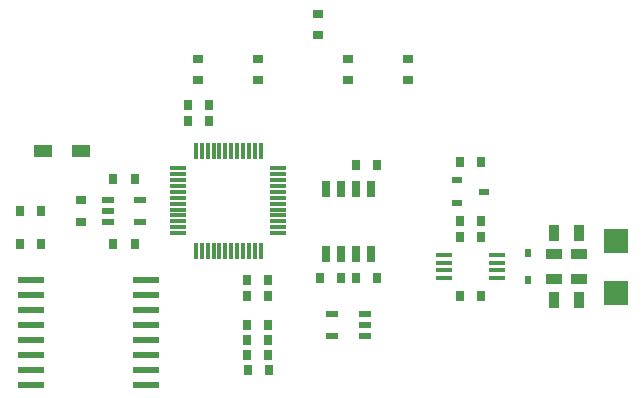
<source format=gtp>
%TF.GenerationSoftware,Altium Limited,Altium Designer,24.1.2 (44)*%
G04 Layer_Color=8421504*
%FSLAX45Y45*%
%MOMM*%
%TF.SameCoordinates,791679A7-7A64-4111-B289-18E462613817*%
%TF.FilePolarity,Positive*%
%TF.FileFunction,Paste,Top*%
%TF.Part,Single*%
G01*
G75*
%TA.AperFunction,SMDPad,CuDef*%
%ADD13R,0.95000X0.80000*%
%ADD14R,0.90000X1.40000*%
%ADD15R,1.40000X0.90000*%
%ADD16R,0.60000X0.80000*%
%ADD17R,2.00000X2.00000*%
%ADD18R,0.80000X0.95000*%
%ADD19R,1.35000X0.36800*%
%ADD20R,0.95000X0.60000*%
%ADD21R,0.65000X1.35000*%
%ADD22R,1.00000X0.60000*%
%ADD23R,1.45000X0.30000*%
%ADD24R,0.30000X1.45000*%
%ADD25R,1.50000X1.00000*%
%ADD26R,2.20000X0.60000*%
D13*
X4041500Y2770000D02*
D03*
Y2950000D02*
D03*
X3533500Y2770000D02*
D03*
Y2950000D02*
D03*
X2771500Y2770000D02*
D03*
Y2950000D02*
D03*
X2263500Y2770000D02*
D03*
Y2950000D02*
D03*
X3279500Y3330000D02*
D03*
Y3150000D02*
D03*
X1270000Y1572500D02*
D03*
Y1752500D02*
D03*
D14*
X5272500Y1472500D02*
D03*
X5482500D02*
D03*
X5272500Y912500D02*
D03*
X5482500D02*
D03*
D15*
X5272500Y1087500D02*
D03*
Y1297500D02*
D03*
X5482500Y1087500D02*
D03*
Y1297500D02*
D03*
D16*
X5057500Y1307500D02*
D03*
Y1077500D02*
D03*
D17*
X5800000Y1412500D02*
D03*
Y972500D02*
D03*
D18*
X4657500Y942500D02*
D03*
X4477500D02*
D03*
X4657500Y1442500D02*
D03*
X4477500D02*
D03*
X4657500Y1577500D02*
D03*
X4477500D02*
D03*
Y2077501D02*
D03*
X4657500D02*
D03*
X3777000Y2052500D02*
D03*
X3597000D02*
D03*
Y1097500D02*
D03*
X3777000D02*
D03*
X3470000D02*
D03*
X3290000D02*
D03*
X2677500Y1077500D02*
D03*
X2857500D02*
D03*
X2677500Y942500D02*
D03*
X2857500D02*
D03*
X2677500Y698000D02*
D03*
X2857500D02*
D03*
Y571000D02*
D03*
X2677500D02*
D03*
Y444000D02*
D03*
X2857500D02*
D03*
X2860000Y317000D02*
D03*
X2680000D02*
D03*
X2177500Y2557500D02*
D03*
X2357500D02*
D03*
X2177500Y2422500D02*
D03*
X2357500D02*
D03*
X1544000Y1387500D02*
D03*
X1724000D02*
D03*
X1544000Y1937501D02*
D03*
X1724000D02*
D03*
X754000Y1662500D02*
D03*
X934000D02*
D03*
X754000Y1387500D02*
D03*
X934000D02*
D03*
D19*
X4345000Y1290000D02*
D03*
Y1225000D02*
D03*
Y1160000D02*
D03*
Y1095000D02*
D03*
X4790000Y1290000D02*
D03*
Y1225000D02*
D03*
Y1160000D02*
D03*
Y1095000D02*
D03*
D20*
X4450000Y1922500D02*
D03*
Y1732500D02*
D03*
X4685000Y1827500D02*
D03*
D21*
X3724000Y1852500D02*
D03*
X3597000D02*
D03*
X3470000D02*
D03*
X3343000D02*
D03*
X3724000Y1297500D02*
D03*
X3597000D02*
D03*
X3470000D02*
D03*
X3343000D02*
D03*
D22*
X3396000Y603000D02*
D03*
Y793000D02*
D03*
X3671000D02*
D03*
Y698000D02*
D03*
Y603000D02*
D03*
X1771500Y1757500D02*
D03*
Y1567500D02*
D03*
X1496500D02*
D03*
Y1662500D02*
D03*
Y1757500D02*
D03*
D23*
X2095000Y2025000D02*
D03*
Y1975000D02*
D03*
Y1925000D02*
D03*
Y1875000D02*
D03*
Y1825000D02*
D03*
Y1775000D02*
D03*
Y1725000D02*
D03*
Y1675000D02*
D03*
Y1625000D02*
D03*
Y1575000D02*
D03*
Y1525000D02*
D03*
Y1475000D02*
D03*
X2940000D02*
D03*
Y1525000D02*
D03*
Y1575000D02*
D03*
Y1625000D02*
D03*
Y1675000D02*
D03*
Y1725000D02*
D03*
Y1775000D02*
D03*
Y1825000D02*
D03*
Y1875000D02*
D03*
Y1925000D02*
D03*
Y1975000D02*
D03*
Y2025000D02*
D03*
D24*
X2242500Y1327500D02*
D03*
X2292500D02*
D03*
X2342500D02*
D03*
X2392500D02*
D03*
X2442500D02*
D03*
X2492500D02*
D03*
X2542500D02*
D03*
X2592500D02*
D03*
X2642500D02*
D03*
X2692500D02*
D03*
X2742500D02*
D03*
X2792500D02*
D03*
Y2172500D02*
D03*
X2742500D02*
D03*
X2692500D02*
D03*
X2642500D02*
D03*
X2592500D02*
D03*
X2542500D02*
D03*
X2492500D02*
D03*
X2442500D02*
D03*
X2392500D02*
D03*
X2342500D02*
D03*
X2292500D02*
D03*
X2242500D02*
D03*
D25*
X1270000D02*
D03*
X950000D02*
D03*
D26*
X1824000Y190000D02*
D03*
Y317000D02*
D03*
Y444000D02*
D03*
Y571000D02*
D03*
Y698000D02*
D03*
Y825000D02*
D03*
Y952000D02*
D03*
Y1079000D02*
D03*
X844000Y190000D02*
D03*
Y317000D02*
D03*
Y444000D02*
D03*
Y571000D02*
D03*
Y698000D02*
D03*
Y825000D02*
D03*
Y952000D02*
D03*
Y1079000D02*
D03*
%TF.MD5,f41da460a026f959e9ee7bc552e692c8*%
M02*

</source>
